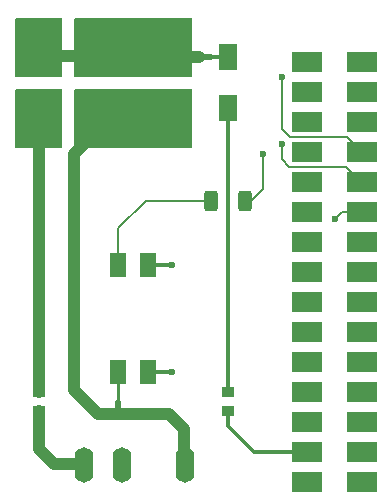
<source format=gbr>
%TF.GenerationSoftware,KiCad,Pcbnew,9.0.5-1.fc42*%
%TF.CreationDate,2025-10-27T07:04:56-07:00*%
%TF.ProjectId,adapter_relay_external,61646170-7465-4725-9f72-656c61795f65,1.0*%
%TF.SameCoordinates,Original*%
%TF.FileFunction,Copper,L2,Bot*%
%TF.FilePolarity,Positive*%
%FSLAX46Y46*%
G04 Gerber Fmt 4.6, Leading zero omitted, Abs format (unit mm)*
G04 Created by KiCad (PCBNEW 9.0.5-1.fc42) date 2025-10-27 07:04:56*
%MOMM*%
%LPD*%
G01*
G04 APERTURE LIST*
G04 Aperture macros list*
%AMRoundRect*
0 Rectangle with rounded corners*
0 $1 Rounding radius*
0 $2 $3 $4 $5 $6 $7 $8 $9 X,Y pos of 4 corners*
0 Add a 4 corners polygon primitive as box body*
4,1,4,$2,$3,$4,$5,$6,$7,$8,$9,$2,$3,0*
0 Add four circle primitives for the rounded corners*
1,1,$1+$1,$2,$3*
1,1,$1+$1,$4,$5*
1,1,$1+$1,$6,$7*
1,1,$1+$1,$8,$9*
0 Add four rect primitives between the rounded corners*
20,1,$1+$1,$2,$3,$4,$5,0*
20,1,$1+$1,$4,$5,$6,$7,0*
20,1,$1+$1,$6,$7,$8,$9,0*
20,1,$1+$1,$8,$9,$2,$3,0*%
G04 Aperture macros list end*
%TA.AperFunction,EtchedComponent*%
%ADD10C,0.000000*%
%TD*%
%TA.AperFunction,SMDPad,CuDef*%
%ADD11R,1.020000X0.950000*%
%TD*%
%TA.AperFunction,SMDPad,CuDef*%
%ADD12R,1.550000X2.300000*%
%TD*%
%TA.AperFunction,SMDPad,CuDef*%
%ADD13R,1.450000X2.100000*%
%TD*%
%TA.AperFunction,SMDPad,CuDef*%
%ADD14C,0.500000*%
%TD*%
%TA.AperFunction,SMDPad,CuDef*%
%ADD15RoundRect,0.250000X-1.075000X0.312500X-1.075000X-0.312500X1.075000X-0.312500X1.075000X0.312500X0*%
%TD*%
%TA.AperFunction,SMDPad,CuDef*%
%ADD16R,2.600000X1.700000*%
%TD*%
%TA.AperFunction,SMDPad,CuDef*%
%ADD17R,2.150000X2.250000*%
%TD*%
%TA.AperFunction,ComponentPad*%
%ADD18O,1.600000X3.000000*%
%TD*%
%TA.AperFunction,SMDPad,CuDef*%
%ADD19RoundRect,0.250000X0.312500X0.625000X-0.312500X0.625000X-0.312500X-0.625000X0.312500X-0.625000X0*%
%TD*%
%TA.AperFunction,ViaPad*%
%ADD20C,0.600000*%
%TD*%
%TA.AperFunction,ViaPad*%
%ADD21C,0.700000*%
%TD*%
%TA.AperFunction,Conductor*%
%ADD22C,0.200000*%
%TD*%
%TA.AperFunction,Conductor*%
%ADD23C,0.300000*%
%TD*%
%TA.AperFunction,Conductor*%
%ADD24C,1.000000*%
%TD*%
%TA.AperFunction,Conductor*%
%ADD25C,0.250000*%
%TD*%
G04 APERTURE END LIST*
D10*
%TA.AperFunction,EtchedComponent*%
%TO.C,NT2*%
G36*
X125996709Y-137011322D02*
G01*
X125496709Y-137011322D01*
X125496709Y-136011322D01*
X125996709Y-136011322D01*
X125996709Y-137011322D01*
G37*
%TD.AperFunction*%
%TA.AperFunction,EtchedComponent*%
%TO.C,NT1*%
G36*
X133551319Y-107079744D02*
G01*
X132551319Y-107079744D01*
X132551319Y-106579744D01*
X133551319Y-106579744D01*
X133551319Y-107079744D01*
G37*
%TD.AperFunction*%
%TD*%
D11*
%TO.P,F1,1,1*%
%TO.N,+5V*%
X135051319Y-136769984D03*
%TO.P,F1,2,2*%
%TO.N,/F1*%
X135051319Y-135199984D03*
%TD*%
D12*
%TO.P,D1,1,K*%
%TO.N,/SCHOTTKY*%
X135051319Y-106829744D03*
%TO.P,D1,2,A*%
%TO.N,/F1*%
X135051319Y-111129744D03*
%TD*%
D13*
%TO.P,U1,1,ANODE*%
%TO.N,/LED*%
X125746709Y-124411322D03*
%TO.P,U1,2,CATHODE*%
%TO.N,GND*%
X128286709Y-124411322D03*
%TO.P,U1,3,EMITTER*%
X128286709Y-133511322D03*
%TO.P,U1,4,COLLECTOR*%
%TO.N,/COLL*%
X125746709Y-133511322D03*
%TD*%
D14*
%TO.P,NT2,1,1*%
%TO.N,/COLL*%
X125746709Y-136011322D03*
%TO.P,NT2,2,2*%
%TO.N,/-LOAD*%
X125746709Y-137011322D03*
%TD*%
D15*
%TO.P,R1,1*%
%TO.N,/ZENER*%
X119006424Y-107508301D03*
%TO.P,R1,2*%
%TO.N,/F2*%
X119006424Y-110433301D03*
%TD*%
D16*
%TO.P,J2,000,GND*%
%TO.N,GND*%
X146350000Y-107220000D03*
%TO.P,J2,001,GND*%
X146350000Y-109760000D03*
%TO.P,J2,002,GND*%
X146350000Y-112300000D03*
%TO.P,J2,003,G37\u00B7SPI_MOSI*%
%TO.N,/G10\u00B7SPI_MOSI*%
X146350000Y-114840000D03*
%TO.P,J2,004,G35\u00B7SPI_MISO*%
%TO.N,/G8\u00B7SPI_MISO*%
X146350000Y-117380000D03*
%TO.P,J2,005,G36\u00B7SPI_CLK*%
%TO.N,/G6\u00B7SPI_CLK*%
X146350000Y-119920000D03*
%TO.P,J2,006,G44/RXD0\u00B7*%
%TO.N,/G44{slash}RXD0\u00B7*%
X146350000Y-122460000D03*
%TO.P,J2,007,G18/PC_RX\u00B7*%
%TO.N,/G18{slash}PC_RX\u00B7*%
X146350000Y-125000000D03*
%TO.P,J2,008,G12/In_SDA\u00B7*%
%TO.N,/G12{slash}In_SDA\u00B7*%
X146350000Y-127540000D03*
%TO.P,J2,009,G2/PA_SDA\u00B7*%
%TO.N,/G2{slash}PA_SDA\u00B7*%
X146350000Y-130080000D03*
%TO.P,J2,010,G6\u00B7*%
%TO.N,unconnected-(J2-G6\u00B7-Pad010)*%
X146350000Y-132620000D03*
%TO.P,J2,011,G13/I2S_DOUT\u00B7RS232_TX/RS485_TX*%
%TO.N,/G13{slash}I2S_DOUT\u00B7RS232_TX{slash}RS485_TX*%
X146350000Y-135160000D03*
%TO.P,J2,012,HPWR*%
%TO.N,/HPWR0*%
X146350000Y-137700000D03*
%TO.P,J2,013,HPWR*%
%TO.N,/HPWR1*%
X146350000Y-140240000D03*
%TO.P,J2,014,HPWR*%
%TO.N,/HPWR2*%
X146350000Y-142780000D03*
%TO.P,J2,100,G10\u00B7*%
%TO.N,unconnected-(J2-G10\u00B7-Pad100)*%
X141750000Y-107220000D03*
%TO.P,J2,101,G8\u00B7*%
%TO.N,unconnected-(J2-G8\u00B7-Pad101)*%
X141750000Y-109760000D03*
%TO.P,J2,102,RST/EN\u00B7*%
%TO.N,/RST{slash}EN\u00B7*%
X141750000Y-112300000D03*
%TO.P,J2,103,G5\u00B7*%
%TO.N,unconnected-(J2-G5\u00B7-Pad103)*%
X141750000Y-114840000D03*
%TO.P,J2,104,G9\u00B7CS*%
%TO.N,/G9\u00B7CS*%
X141750000Y-117380000D03*
%TO.P,J2,105,3V3*%
%TO.N,/3V3*%
X141750000Y-119920000D03*
%TO.P,J2,106,G43/TXD0\u00B7*%
%TO.N,/G43{slash}TXD0\u00B7*%
X141750000Y-122460000D03*
%TO.P,J2,107,G17/PC_TX\u00B7*%
%TO.N,/G17{slash}PC_TX\u00B7*%
X141750000Y-125000000D03*
%TO.P,J2,108,G11/In_SCL\u00B7*%
%TO.N,/G11{slash}In_CL\u00B7*%
X141750000Y-127540000D03*
%TO.P,J2,109,G1/PA_SCL\u00B7RS232_RX/RS485_RX*%
%TO.N,/G1{slash}PA_SCL\u00B7RS232_RX{slash}RS485_RX*%
X141750000Y-130080000D03*
%TO.P,J2,110,G7\u00B7RST*%
%TO.N,/G7\u00B7RST*%
X141750000Y-132620000D03*
%TO.P,J2,111,G0/I2S_LRCK\u00B7*%
%TO.N,/G0{slash}I2S_LRCK\u00B7*%
X141750000Y-135160000D03*
%TO.P,J2,112,G14/I2S_DIN\u00B7INT*%
%TO.N,/G14{slash}I2S_DIN\u00B7INT*%
X141750000Y-137700000D03*
%TO.P,J2,113,5V*%
%TO.N,+5V*%
X141750000Y-140240000D03*
%TO.P,J2,114,BAT*%
%TO.N,/BAT*%
X141750000Y-142780000D03*
%TD*%
D11*
%TO.P,F2,1,1*%
%TO.N,/F2*%
X119006424Y-135191041D03*
%TO.P,F2,2,2*%
%TO.N,/+LOAD*%
X119006424Y-136761041D03*
%TD*%
D17*
%TO.P,D2,1,K*%
%TO.N,/ZENER*%
X127016709Y-106749513D03*
%TO.P,D2,2,A*%
%TO.N,/-LOAD*%
X127016709Y-111149513D03*
%TD*%
D18*
%TO.P,J3,2,2*%
%TO.N,/-LOAD*%
X131374611Y-141308620D03*
%TO.P,J3,3,3*%
%TO.N,unconnected-(J3-Pad3)*%
X126074611Y-141308620D03*
%TO.P,J3,4,4*%
%TO.N,/+LOAD*%
X122874611Y-141308620D03*
%TD*%
D14*
%TO.P,NT1,1,1*%
%TO.N,/SCHOTTKY*%
X133551319Y-106829744D03*
%TO.P,NT1,2,2*%
%TO.N,/ZENER*%
X132551319Y-106829744D03*
%TD*%
D19*
%TO.P,R2,1*%
%TO.N,/G5\u00B7*%
X136501659Y-118955700D03*
%TO.P,R2,2*%
%TO.N,/LED*%
X133576659Y-118955700D03*
%TD*%
D20*
%TO.N,/G5\u00B7*%
X138000000Y-115000000D03*
D21*
%TO.N,/G14{slash}I2S_DIN\u00B7INT*%
X141000000Y-137700000D03*
X142500000Y-137700000D03*
D20*
%TO.N,/G8\u00B7SPI_MISO*%
X139610000Y-114200000D03*
D21*
%TO.N,/RST{slash}EN\u00B7*%
X142500000Y-112300000D03*
X141000000Y-112300000D03*
%TO.N,/G2{slash}PA_SDA\u00B7*%
X147100000Y-130080000D03*
X145600000Y-130080000D03*
D20*
%TO.N,/G6\u00B7SPI_CLK*%
X144050000Y-120555000D03*
D21*
%TO.N,/G44{slash}RXD0\u00B7*%
X145600000Y-122460000D03*
X147100000Y-122460000D03*
%TO.N,/3V3*%
X142500000Y-119920000D03*
X141000000Y-119920000D03*
%TO.N,/G7\u00B7RST*%
X141000000Y-132620000D03*
X142500000Y-132620000D03*
%TO.N,/G43{slash}TXD0\u00B7*%
X142500000Y-122460000D03*
X141000000Y-122460000D03*
%TO.N,/G18{slash}PC_RX\u00B7*%
X147100000Y-125000000D03*
X145600000Y-125000000D03*
%TO.N,/HPWR2*%
X145600000Y-142780000D03*
X147100000Y-142780000D03*
D20*
%TO.N,/G10\u00B7SPI_MOSI*%
X139605000Y-108490000D03*
D21*
%TO.N,/G1{slash}PA_SCL\u00B7RS232_RX{slash}RS485_RX*%
X142500000Y-130080000D03*
X141000000Y-130080000D03*
%TO.N,/G13{slash}I2S_DOUT\u00B7RS232_TX{slash}RS485_TX*%
X145600000Y-135160000D03*
X147100000Y-135160000D03*
%TO.N,/G11{slash}In_CL\u00B7*%
X141000000Y-127540000D03*
X142500000Y-127540000D03*
%TO.N,/G0{slash}I2S_LRCK\u00B7*%
X141000000Y-135160000D03*
X142500000Y-135160000D03*
%TO.N,/HPWR0*%
X147100000Y-137700000D03*
X145600000Y-137700000D03*
%TO.N,/G12{slash}In_SDA\u00B7*%
X145600000Y-127540000D03*
X147100000Y-127540000D03*
%TO.N,/HPWR1*%
X147100000Y-140240000D03*
X145600000Y-140240000D03*
%TO.N,/G17{slash}PC_TX\u00B7*%
X142500000Y-125000000D03*
X141000000Y-125000000D03*
%TO.N,/G9\u00B7CS*%
X142500000Y-117380000D03*
X141000000Y-117380000D03*
%TO.N,/BAT*%
X141000000Y-142780000D03*
X142500000Y-142780000D03*
D20*
%TO.N,/ZENER*%
X131000000Y-106000000D03*
X117500000Y-104000000D03*
X125000000Y-104000000D03*
X123000000Y-104000000D03*
X117500000Y-108000000D03*
X129000000Y-104000000D03*
X120500000Y-108000000D03*
X125000000Y-108000000D03*
X120500000Y-106000000D03*
X127000000Y-104000000D03*
X120500000Y-104000000D03*
X125000000Y-106000000D03*
X123000000Y-106000000D03*
X123000000Y-108000000D03*
X129000000Y-108000000D03*
X131000000Y-108000000D03*
X129000000Y-106000000D03*
X131000000Y-104000000D03*
X117500000Y-106000000D03*
D21*
%TO.N,+5V*%
X141000000Y-140240000D03*
X142500000Y-140240000D03*
D20*
%TO.N,/F2*%
X117500000Y-110000000D03*
X117500000Y-114000000D03*
X120500000Y-114000000D03*
X120500000Y-110000000D03*
X120500000Y-112000000D03*
X117500000Y-112000000D03*
%TO.N,GND*%
X130286709Y-133511322D03*
D21*
X145600000Y-107220000D03*
X145600000Y-112300000D03*
X147100000Y-109760000D03*
X147100000Y-112300000D03*
X147100000Y-107220000D03*
D20*
X130286709Y-124411322D03*
D21*
X145600000Y-109760000D03*
D20*
%TO.N,/-LOAD*%
X123000000Y-110000000D03*
X127000000Y-114000000D03*
X131000000Y-114000000D03*
X125000000Y-112000000D03*
X123000000Y-112000000D03*
X129000000Y-112000000D03*
X125000000Y-114000000D03*
X125000000Y-110000000D03*
X129000000Y-110000000D03*
X129000000Y-114000000D03*
X131000000Y-112000000D03*
X131000000Y-110000000D03*
X123000000Y-114000000D03*
%TD*%
D22*
%TO.N,/G5\u00B7*%
X137000000Y-119000000D02*
X136545959Y-119000000D01*
X136545959Y-119000000D02*
X136501659Y-118955700D01*
X138000000Y-118000000D02*
X137000000Y-119000000D01*
X138000000Y-115000000D02*
X138000000Y-118000000D01*
%TO.N,/G8\u00B7SPI_MISO*%
X140208000Y-116078000D02*
X139605000Y-115475000D01*
X146336000Y-117380000D02*
X145034000Y-116078000D01*
X145034000Y-116078000D02*
X140208000Y-116078000D01*
X139605000Y-115475000D02*
X139610000Y-114200000D01*
X146350000Y-117380000D02*
X146336000Y-117380000D01*
%TO.N,/G6\u00B7SPI_CLK*%
X144685000Y-119920000D02*
X146350000Y-119920000D01*
X144050000Y-120555000D02*
X144685000Y-119920000D01*
D23*
%TO.N,/SCHOTTKY*%
X135051319Y-106829744D02*
X133551319Y-106829744D01*
D22*
%TO.N,/G10\u00B7SPI_MOSI*%
X139605000Y-108490000D02*
X139605000Y-112905000D01*
X145080000Y-113570000D02*
X146350000Y-114840000D01*
X139605000Y-112905000D02*
X140270000Y-113570000D01*
X140270000Y-113570000D02*
X145080000Y-113570000D01*
D23*
%TO.N,/F1*%
X135051319Y-111129744D02*
X135051319Y-114129744D01*
X135051319Y-135199984D02*
X135051319Y-114129744D01*
D24*
%TO.N,/ZENER*%
X119765212Y-106749513D02*
X119006424Y-107508301D01*
X127016709Y-106749513D02*
X119765212Y-106749513D01*
X127096940Y-106829744D02*
X127016709Y-106749513D01*
X132551319Y-106829744D02*
X127096940Y-106829744D01*
D23*
%TO.N,+5V*%
X135051319Y-138051319D02*
X135051319Y-136769984D01*
X137240000Y-140240000D02*
X135051319Y-138051319D01*
X141000000Y-140240000D02*
X137240000Y-140240000D01*
D25*
%TO.N,/COLL*%
X125746709Y-133511322D02*
X125746709Y-136011322D01*
D24*
%TO.N,/F2*%
X119006424Y-135191041D02*
X119006424Y-110433301D01*
D23*
%TO.N,GND*%
X128286709Y-124411322D02*
X130286709Y-124411322D01*
X128286709Y-133511322D02*
X130286709Y-133511322D01*
D24*
%TO.N,/-LOAD*%
X125746709Y-137011322D02*
X124011322Y-137011322D01*
X130011322Y-137011322D02*
X125746709Y-137011322D01*
X131300000Y-138300000D02*
X130011322Y-137011322D01*
X122000000Y-135000000D02*
X122000000Y-115000000D01*
X127016709Y-111149513D02*
X125850487Y-111149513D01*
X131300000Y-141300000D02*
X131300000Y-138300000D01*
X122000000Y-115000000D02*
X123000000Y-114000000D01*
X125850487Y-111149513D02*
X123000000Y-114000000D01*
X124011322Y-137011322D02*
X122000000Y-135000000D01*
D22*
%TO.N,/LED*%
X125746709Y-121253291D02*
X125746709Y-124411322D01*
X128044300Y-118955700D02*
X125746709Y-121253291D01*
X133576659Y-118955700D02*
X128044300Y-118955700D01*
D24*
%TO.N,/+LOAD*%
X122800000Y-141300000D02*
X120300000Y-141300000D01*
X119000000Y-140000000D02*
X119006424Y-139993576D01*
X120300000Y-141300000D02*
X119000000Y-140000000D01*
X119006424Y-139993576D02*
X119006424Y-136761041D01*
%TD*%
%TA.AperFunction,Conductor*%
%TO.N,/F2*%
G36*
X120943039Y-109519685D02*
G01*
X120988794Y-109572489D01*
X121000000Y-109624000D01*
X121000000Y-114376000D01*
X120980315Y-114443039D01*
X120927511Y-114488794D01*
X120876000Y-114500000D01*
X117124000Y-114500000D01*
X117056961Y-114480315D01*
X117011206Y-114427511D01*
X117000000Y-114376000D01*
X117000000Y-109624000D01*
X117019685Y-109556961D01*
X117072489Y-109511206D01*
X117124000Y-109500000D01*
X120876000Y-109500000D01*
X120943039Y-109519685D01*
G37*
%TD.AperFunction*%
%TD*%
%TA.AperFunction,Conductor*%
%TO.N,/ZENER*%
G36*
X131943039Y-103519685D02*
G01*
X131988794Y-103572489D01*
X132000000Y-103624000D01*
X132000000Y-108376000D01*
X131980315Y-108443039D01*
X131927511Y-108488794D01*
X131876000Y-108500000D01*
X122124000Y-108500000D01*
X122056961Y-108480315D01*
X122011206Y-108427511D01*
X122000000Y-108376000D01*
X122000000Y-103624000D01*
X122019685Y-103556961D01*
X122072489Y-103511206D01*
X122124000Y-103500000D01*
X131876000Y-103500000D01*
X131943039Y-103519685D01*
G37*
%TD.AperFunction*%
%TD*%
%TA.AperFunction,Conductor*%
%TO.N,/-LOAD*%
G36*
X131943039Y-109519685D02*
G01*
X131988794Y-109572489D01*
X132000000Y-109624000D01*
X132000000Y-114376000D01*
X131980315Y-114443039D01*
X131927511Y-114488794D01*
X131876000Y-114500000D01*
X122124000Y-114500000D01*
X122056961Y-114480315D01*
X122011206Y-114427511D01*
X122000000Y-114376000D01*
X122000000Y-109624000D01*
X122019685Y-109556961D01*
X122072489Y-109511206D01*
X122124000Y-109500000D01*
X131876000Y-109500000D01*
X131943039Y-109519685D01*
G37*
%TD.AperFunction*%
%TD*%
%TA.AperFunction,Conductor*%
%TO.N,/ZENER*%
G36*
X120943039Y-103519685D02*
G01*
X120988794Y-103572489D01*
X121000000Y-103624000D01*
X121000000Y-108376000D01*
X120980315Y-108443039D01*
X120927511Y-108488794D01*
X120876000Y-108500000D01*
X117124000Y-108500000D01*
X117056961Y-108480315D01*
X117011206Y-108427511D01*
X117000000Y-108376000D01*
X117000000Y-103624000D01*
X117019685Y-103556961D01*
X117072489Y-103511206D01*
X117124000Y-103500000D01*
X120876000Y-103500000D01*
X120943039Y-103519685D01*
G37*
%TD.AperFunction*%
%TD*%
M02*

</source>
